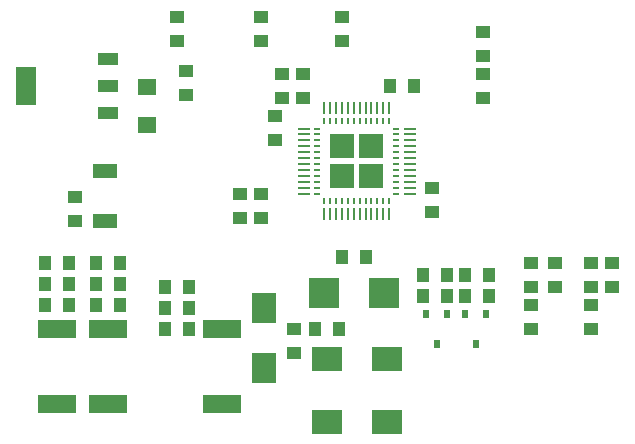
<source format=gbp>
G04*
G04 #@! TF.GenerationSoftware,Altium Limited,Altium Designer,23.5.1 (21)*
G04*
G04 Layer_Color=128*
%FSLAX44Y44*%
%MOMM*%
G71*
G04*
G04 #@! TF.SameCoordinates,1C69412E-B372-4F46-9B7E-F97621244732*
G04*
G04*
G04 #@! TF.FilePolarity,Positive*
G04*
G01*
G75*
%ADD29R,1.2500X1.0000*%
%ADD30R,1.0000X1.2500*%
%ADD31R,2.5000X2.0000*%
%ADD32R,0.2500X1.1000*%
%ADD33R,1.1000X0.2500*%
%ADD34R,0.2500X0.5500*%
%ADD35R,0.5500X0.2500*%
%ADD36R,2.0000X2.0000*%
%ADD38R,3.2000X1.6000*%
%ADD39R,2.0000X1.2500*%
%ADD40R,1.8000X1.0000*%
%ADD41R,1.8000X3.3000*%
%ADD42R,0.6000X0.8000*%
%ADD43R,2.0000X2.5000*%
%ADD44R,1.6000X1.4000*%
%ADD45R,2.5000X2.5000*%
D29*
X360680Y294640D02*
D03*
Y274320D02*
D03*
X243840Y154940D02*
D03*
Y175260D02*
D03*
X444500Y231140D02*
D03*
Y210820D02*
D03*
X144780Y439420D02*
D03*
Y419100D02*
D03*
X152400Y393700D02*
D03*
Y373380D02*
D03*
X215900Y439420D02*
D03*
Y419100D02*
D03*
X284480Y439420D02*
D03*
Y419100D02*
D03*
X251460Y391160D02*
D03*
Y370840D02*
D03*
X233680Y391160D02*
D03*
Y370840D02*
D03*
X198120Y269240D02*
D03*
Y289560D02*
D03*
X513080Y210820D02*
D03*
Y231140D02*
D03*
X444500Y175260D02*
D03*
Y195580D02*
D03*
X495300Y175260D02*
D03*
Y195580D02*
D03*
X227350Y355600D02*
D03*
Y335280D02*
D03*
X215900Y269240D02*
D03*
Y289560D02*
D03*
X403860Y391160D02*
D03*
Y370840D02*
D03*
Y426720D02*
D03*
Y406400D02*
D03*
X58420Y287020D02*
D03*
Y266700D02*
D03*
X495300Y210820D02*
D03*
Y231140D02*
D03*
X464820Y210820D02*
D03*
Y231140D02*
D03*
D30*
X261620Y175260D02*
D03*
X281940D02*
D03*
X154940Y193040D02*
D03*
X134620D02*
D03*
X154940Y175260D02*
D03*
X134620D02*
D03*
X53340Y195580D02*
D03*
X33020D02*
D03*
Y213360D02*
D03*
X53340D02*
D03*
X96520D02*
D03*
X76200D02*
D03*
Y195580D02*
D03*
X96520D02*
D03*
X353060Y203200D02*
D03*
X373380D02*
D03*
X408940Y220980D02*
D03*
X388620D02*
D03*
X408940Y203200D02*
D03*
X388620D02*
D03*
X373380Y220980D02*
D03*
X353060D02*
D03*
X284480Y236220D02*
D03*
X304800D02*
D03*
X345440Y381000D02*
D03*
X325120D02*
D03*
X33020Y231140D02*
D03*
X53340D02*
D03*
X96520D02*
D03*
X76200D02*
D03*
X154940Y210820D02*
D03*
X134620D02*
D03*
D31*
X322580Y149860D02*
D03*
X271780D02*
D03*
X322580Y96520D02*
D03*
X271780D02*
D03*
D32*
X324200Y362140D02*
D03*
X319200D02*
D03*
X314200D02*
D03*
X309200D02*
D03*
X304200D02*
D03*
X299200D02*
D03*
X294200D02*
D03*
X289200D02*
D03*
X284200D02*
D03*
X279200D02*
D03*
X274200D02*
D03*
X269200D02*
D03*
X269200Y272140D02*
D03*
X274200D02*
D03*
X279200D02*
D03*
X284200D02*
D03*
X289200D02*
D03*
X294200D02*
D03*
X299200D02*
D03*
X304200D02*
D03*
X309200D02*
D03*
X314200D02*
D03*
X319200D02*
D03*
X324200D02*
D03*
D33*
X251700Y289640D02*
D03*
Y294640D02*
D03*
Y299640D02*
D03*
Y304640D02*
D03*
Y309640D02*
D03*
Y314640D02*
D03*
Y319640D02*
D03*
Y324640D02*
D03*
Y329640D02*
D03*
Y334640D02*
D03*
Y339640D02*
D03*
Y344640D02*
D03*
X341700D02*
D03*
Y339640D02*
D03*
Y334640D02*
D03*
Y329640D02*
D03*
Y324640D02*
D03*
Y319640D02*
D03*
Y314640D02*
D03*
Y309640D02*
D03*
Y304640D02*
D03*
Y299640D02*
D03*
Y294640D02*
D03*
Y289640D02*
D03*
D34*
X324200Y283640D02*
D03*
X319200D02*
D03*
X314200D02*
D03*
X309200D02*
D03*
X304200D02*
D03*
X299200D02*
D03*
X294200D02*
D03*
X289200D02*
D03*
X284200D02*
D03*
X279200D02*
D03*
X274200D02*
D03*
X269200D02*
D03*
Y350640D02*
D03*
X274200D02*
D03*
X279200D02*
D03*
X284200D02*
D03*
X289200D02*
D03*
X294200D02*
D03*
X299200D02*
D03*
X304200D02*
D03*
X309200D02*
D03*
X314200D02*
D03*
X319200D02*
D03*
X324200D02*
D03*
D35*
X263200Y289640D02*
D03*
Y294640D02*
D03*
Y299640D02*
D03*
Y304640D02*
D03*
Y309640D02*
D03*
Y314640D02*
D03*
Y319640D02*
D03*
Y324640D02*
D03*
Y329640D02*
D03*
Y334640D02*
D03*
Y339640D02*
D03*
Y344640D02*
D03*
X330200D02*
D03*
Y339640D02*
D03*
Y334640D02*
D03*
Y329640D02*
D03*
Y324640D02*
D03*
Y319640D02*
D03*
Y314640D02*
D03*
Y309640D02*
D03*
Y304640D02*
D03*
Y299640D02*
D03*
Y294640D02*
D03*
Y289640D02*
D03*
D36*
X309200Y304640D02*
D03*
X284200D02*
D03*
Y329640D02*
D03*
X309200D02*
D03*
D38*
X43180Y111760D02*
D03*
Y175260D02*
D03*
X86360Y111760D02*
D03*
Y175260D02*
D03*
X182880D02*
D03*
Y111760D02*
D03*
D39*
X83820Y308610D02*
D03*
Y266700D02*
D03*
D40*
X86360Y403860D02*
D03*
Y381000D02*
D03*
Y358140D02*
D03*
D41*
X16510Y381000D02*
D03*
D42*
X355600Y187960D02*
D03*
X364490Y162560D02*
D03*
X373380Y187960D02*
D03*
X406400D02*
D03*
X397510Y162560D02*
D03*
X388620Y187960D02*
D03*
D43*
X218440Y142240D02*
D03*
Y193040D02*
D03*
D44*
X119380Y379730D02*
D03*
Y347980D02*
D03*
D45*
X269240Y205740D02*
D03*
X320040D02*
D03*
M02*

</source>
